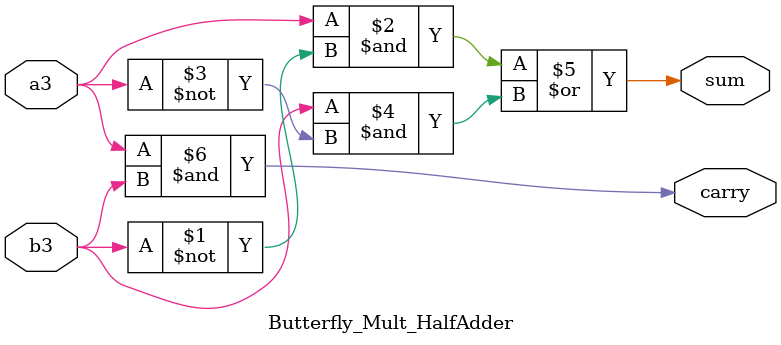
<source format=v>
module Butterfly_Mult_HalfAdder(sum,carry,a3,b3);

output sum,carry;

input a3,b3;

assign sum=(a3&(~b3))|(b3&(~a3));

assign carry=a3&b3;

endmodule

</source>
